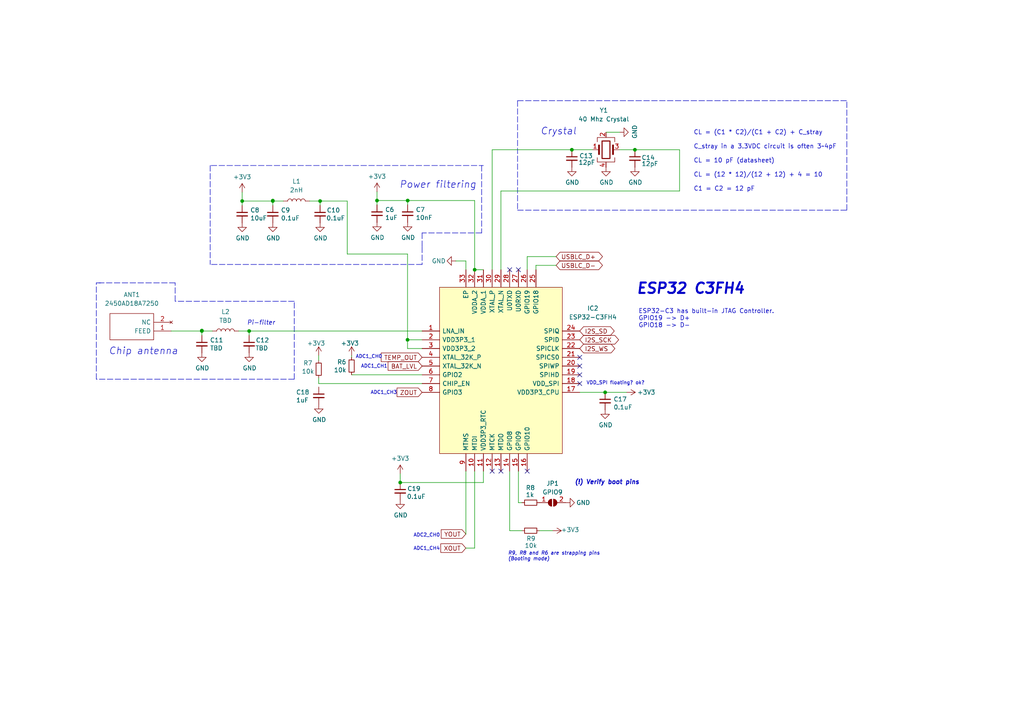
<source format=kicad_sch>
(kicad_sch (version 20211123) (generator eeschema)
  (paper "A4")
  (lib_symbols
    (symbol "2450AD18A7250:2450AD18A7250" (pin_names (offset 0.762))
      (property "Reference" "ANT" (at 19.05 7.62 0))
      (property "Value" "2450AD18A7250" (at 19.05 5.08 0))
      (symbol "2450AD18A7250_0_0"
        (pin input line (at 0 0 0) (length 5.08) (name "FEED") (number "1"))
        (pin no_connect line (at 0 -2.54 0) (length 5.08) (name "NC") (number "2"))
      )
      (symbol "2450AD18A7250_0_1"
        (polyline (pts (xy 5.08 2.54) (xy 17.78 2.54) (xy 17.78 -5.08) (xy 5.08 -5.08) (xy 5.08 2.54)) (stroke (width 0.1524)))
      )
    )
    (symbol "Device:C_Small" (pin_numbers hide) (pin_names (offset 0.254) hide)
      (property "Reference" "C" (at 0.254 1.778 0))
      (property "Value" "C_Small" (at 0.254 -2.032 0))
      (symbol "C_Small_0_1"
        (polyline (pts (xy -1.524 -0.508) (xy 1.524 -0.508)) (stroke (width 0.3302)))
        (polyline (pts (xy -1.524 0.508) (xy 1.524 0.508)) (stroke (width 0.3048)))
      )
      (symbol "C_Small_1_1"
        (pin passive line (at 0 2.54 270) (length 2.032) (name "~") (number "1"))
        (pin passive line (at 0 -2.54 90) (length 2.032) (name "~") (number "2"))
      )
    )
    (symbol "Device:Crystal_GND24" (pin_names (offset 1.016) hide)
      (property "Reference" "Y" (at 3.175 5.08 0))
      (property "Value" "Crystal_GND24" (at 3.175 3.175 0))
      (symbol "Crystal_GND24_0_1"
        (rectangle (start -1.143 2.54) (end 1.143 -2.54) (stroke (width 0.3048)))
        (polyline (pts (xy -2.54 0) (xy -2.032 0)))
        (polyline (pts (xy -2.032 -1.27) (xy -2.032 1.27)) (stroke (width 0.508)))
        (polyline (pts (xy 0 -3.81) (xy 0 -3.556)))
        (polyline (pts (xy 0 3.556) (xy 0 3.81)))
        (polyline (pts (xy 2.032 -1.27) (xy 2.032 1.27)) (stroke (width 0.508)))
        (polyline (pts (xy 2.032 0) (xy 2.54 0)))
        (polyline (pts (xy -2.54 -2.286) (xy -2.54 -3.556) (xy 2.54 -3.556) (xy 2.54 -2.286)))
        (polyline (pts (xy -2.54 2.286) (xy -2.54 3.556) (xy 2.54 3.556) (xy 2.54 2.286)))
      )
      (symbol "Crystal_GND24_1_1"
        (pin passive line (at -3.81 0 0) (length 1.27) (name "1") (number "1"))
        (pin passive line (at 0 5.08 270) (length 1.27) (name "2") (number "2"))
        (pin passive line (at 3.81 0 180) (length 1.27) (name "3") (number "3"))
        (pin passive line (at 0 -5.08 90) (length 1.27) (name "4") (number "4"))
      )
    )
    (symbol "Device:L" (pin_numbers hide) (pin_names (offset 1.016) hide)
      (property "Reference" "L" (at -1.27 0 90))
      (property "Value" "L" (at 1.905 0 90))
      (symbol "L_0_1"
        (arc (start 0 -2.54) (mid 0.635 -1.905) (end 0 -1.27))
        (arc (start 0 -1.27) (mid 0.635 -0.635) (end 0 0))
        (arc (start 0 0) (mid 0.635 0.635) (end 0 1.27))
        (arc (start 0 1.27) (mid 0.635 1.905) (end 0 2.54))
      )
      (symbol "L_1_1"
        (pin passive line (at 0 3.81 270) (length 1.27) (name "1") (number "1"))
        (pin passive line (at 0 -3.81 90) (length 1.27) (name "2") (number "2"))
      )
    )
    (symbol "Device:R_Small" (pin_numbers hide) (pin_names (offset 0.254) hide)
      (property "Reference" "R" (at 0.762 0.508 0))
      (property "Value" "R_Small" (at 0.762 -1.016 0))
      (symbol "R_Small_0_1"
        (rectangle (start -0.762 1.778) (end 0.762 -1.778) (stroke (width 0.2032)))
      )
      (symbol "R_Small_1_1"
        (pin passive line (at 0 2.54 270) (length 0.762) (name "~") (number "1"))
        (pin passive line (at 0 -2.54 90) (length 0.762) (name "~") (number "2"))
      )
    )
    (symbol "ESP32-C3FH4:ESP32-C3FH4" (pin_names (offset 0.762))
      (property "Reference" "IC2" (at 49.53 6.5788 0))
      (property "Value" "ESP32-C3FH4" (at 49.53 4.0388 0))
      (symbol "ESP32-C3FH4_0_0"
        (pin passive line (at 0 0 0) (length 5.08) (name "LNA_IN") (number "1"))
        (pin passive line (at 15.24 -40.64 90) (length 5.08) (name "MTDI") (number "10"))
        (pin passive line (at 17.78 -40.64 90) (length 5.08) (name "VDD3P3_RTC") (number "11"))
        (pin passive line (at 20.32 -40.64 90) (length 5.08) (name "MTCK") (number "12"))
        (pin passive line (at 22.86 -40.64 90) (length 5.08) (name "MTDO") (number "13"))
        (pin passive line (at 25.4 -40.64 90) (length 5.08) (name "GPIO8") (number "14"))
        (pin passive line (at 27.94 -40.64 90) (length 5.08) (name "GPIO9") (number "15"))
        (pin passive line (at 30.48 -40.64 90) (length 5.08) (name "GPIO10") (number "16"))
        (pin passive line (at 45.72 -17.78 180) (length 5.08) (name "VDD3P3_CPU") (number "17"))
        (pin passive line (at 45.72 -15.24 180) (length 5.08) (name "VDD_SPI") (number "18"))
        (pin passive line (at 45.72 -12.7 180) (length 5.08) (name "SPIHD") (number "19"))
        (pin passive line (at 0 -2.54 0) (length 5.08) (name "VDD3P3_1") (number "2"))
        (pin passive line (at 45.72 -10.16 180) (length 5.08) (name "SPIWP") (number "20"))
        (pin passive line (at 45.72 -7.62 180) (length 5.08) (name "SPICS0") (number "21"))
        (pin passive line (at 45.72 -5.08 180) (length 5.08) (name "SPICLK") (number "22"))
        (pin passive line (at 45.72 -2.54 180) (length 5.08) (name "SPID") (number "23"))
        (pin passive line (at 45.72 0 180) (length 5.08) (name "SPIQ") (number "24"))
        (pin passive line (at 33.02 17.78 270) (length 5.08) (name "GPIO18") (number "25"))
        (pin passive line (at 30.48 17.78 270) (length 5.08) (name "GPIO19") (number "26"))
        (pin passive line (at 27.94 17.78 270) (length 5.08) (name "U0RXD") (number "27"))
        (pin passive line (at 25.4 17.78 270) (length 5.08) (name "U0TXD") (number "28"))
        (pin passive line (at 22.86 17.78 270) (length 5.08) (name "XTAL_N") (number "29"))
        (pin passive line (at 0 -5.08 0) (length 5.08) (name "VDD3P3_2") (number "3"))
        (pin passive line (at 20.32 17.78 270) (length 5.08) (name "XTAL_P") (number "30"))
        (pin passive line (at 17.78 17.78 270) (length 5.08) (name "VDDA_1") (number "31"))
        (pin passive line (at 15.24 17.78 270) (length 5.08) (name "VDDA_2") (number "32"))
        (pin passive line (at 12.7 17.78 270) (length 5.08) (name "EP") (number "33"))
        (pin passive line (at 0 -7.62 0) (length 5.08) (name "XTAL_32K_P") (number "4"))
        (pin passive line (at 0 -10.16 0) (length 5.08) (name "XTAL_32K_N") (number "5"))
        (pin passive line (at 0 -12.7 0) (length 5.08) (name "GPIO2") (number "6"))
        (pin passive line (at 0 -15.24 0) (length 5.08) (name "CHIP_EN") (number "7"))
        (pin passive line (at 0 -17.78 0) (length 5.08) (name "GPIO3") (number "8"))
        (pin passive line (at 12.7 -40.64 90) (length 5.08) (name "MTMS") (number "9"))
      )
      (symbol "ESP32-C3FH4_0_1"
        (polyline (pts (xy 5.08 12.7) (xy 40.64 12.7) (xy 40.64 -35.56) (xy 5.08 -35.56) (xy 5.08 12.7)) (stroke (width 0.1524)) (fill (type background)))
      )
    )
    (symbol "Jumper:SolderJumper_2_Open" (pin_names (offset 0) hide)
      (property "Reference" "JP" (at 0 2.032 0))
      (property "Value" "SolderJumper_2_Open" (at 0 -2.54 0))
      (symbol "SolderJumper_2_Open_0_1"
        (arc (start -0.254 1.016) (mid -1.27 0) (end -0.254 -1.016))
        (arc (start -0.254 1.016) (mid -1.27 0) (end -0.254 -1.016) (fill (type outline)))
        (polyline (pts (xy -0.254 1.016) (xy -0.254 -1.016)))
        (polyline (pts (xy 0.254 1.016) (xy 0.254 -1.016)))
        (arc (start 0.254 -1.016) (mid 1.27 0) (end 0.254 1.016))
        (arc (start 0.254 -1.016) (mid 1.27 0) (end 0.254 1.016) (fill (type outline)))
      )
      (symbol "SolderJumper_2_Open_1_1"
        (pin passive line (at -3.81 0 0) (length 2.54) (name "A") (number "1"))
        (pin passive line (at 3.81 0 180) (length 2.54) (name "B") (number "2"))
      )
    )
    (symbol "power:+3V3" (power) (pin_names (offset 0))
      (property "Value" "+3V3" (at 0 3.556 0))
      (symbol "+3V3_0_1"
        (polyline (pts (xy -0.762 1.27) (xy 0 2.54)))
        (polyline (pts (xy 0 0) (xy 0 2.54)))
        (polyline (pts (xy 0 2.54) (xy 0.762 1.27)))
      )
      (symbol "+3V3_1_1"
        (pin power_in line (at 0 0 90) (length 0) hide (name "+3V3") (number "1"))
      )
    )
    (symbol "power:GND" (power) (pin_names (offset 0))
      (property "Value" "GND" (at 0 -3.81 0))
      (symbol "GND_0_1"
        (polyline (pts (xy 0 0) (xy 0 -1.27) (xy 1.27 -1.27) (xy 0 -2.54) (xy -1.27 -1.27) (xy 0 -1.27)))
      )
      (symbol "GND_1_1"
        (pin power_in line (at 0 0 270) (length 0) hide (name "GND") (number "1"))
      )
    )
  )
  (junction (at 79.1255 58.3122))
  (junction (at 58.547 95.885))
  (junction (at 58.547 96.012))
  (junction (at 116.078 139.954))
  (junction (at 175.514 113.792))
  (junction (at 137.668 78.232))
  (junction (at 109.347 58.166))
  (junction (at 118.237 58.166))
  (junction (at 72.263 96.012))
  (junction (at 92.8415 58.3122))
  (junction (at 79.1255 58.1852))
  (junction (at 118.202 98.552))
  (junction (at 184.15 43.434))
  (junction (at 70.2355 58.3122))
  (junction (at 165.862 43.434))
  (no_connect (at 168.148 106.172))
  (no_connect (at 150.368 78.232))
  (no_connect (at 142.748 136.652))
  (no_connect (at 147.828 78.232))
  (no_connect (at 145.288 136.652))
  (no_connect (at 168.148 108.712))
  (no_connect (at 168.148 103.632))
  (no_connect (at 168.148 111.252))
  (no_connect (at 152.908 136.652))
  (wire (pts (xy 70.2355 59.5822) (xy 70.2355 58.3122)))
  (wire (pts (xy 92.433 103.124) (xy 92.433 104.5496)))
  (wire (pts (xy 155.448 78.232) (xy 155.448 76.962)))
  (wire (pts (xy 70.2355 55.7722) (xy 70.2355 58.3122)))
  (polyline (pts (xy 50.8 82.042) (xy 28.702 82.042)))
  (wire (pts (xy 118.202 101.092) (xy 122.428 101.092)))
  (wire (pts (xy 151.384 145.796) (xy 150.368 145.796)))
  (wire (pts (xy 135.128 75.692) (xy 132.207 75.692)))
  (wire (pts (xy 100.7155 73.6792) (xy 100.7155 58.3122)))
  (wire (pts (xy 118.202 98.552) (xy 122.428 98.552)))
  (wire (pts (xy 118.202 73.6792) (xy 118.202 98.552)))
  (wire (pts (xy 72.263 96.012) (xy 72.263 97.282)))
  (wire (pts (xy 135.1143 158.9741) (xy 137.668 158.9741)))
  (wire (pts (xy 79.1255 58.3122) (xy 79.1255 58.1852)))
  (wire (pts (xy 155.448 76.962) (xy 161.29 76.962)))
  (wire (pts (xy 92.433 111.252) (xy 92.433 109.6296)))
  (wire (pts (xy 145.288 78.232) (xy 145.288 55.4015)))
  (wire (pts (xy 140.208 136.652) (xy 140.208 139.954)))
  (wire (pts (xy 89.7935 58.3122) (xy 92.8415 58.3122)))
  (wire (pts (xy 168.148 113.792) (xy 175.514 113.792)))
  (polyline (pts (xy 27.94 109.982) (xy 27.94 82.042)))
  (wire (pts (xy 69.215 96.012) (xy 72.263 96.012)))
  (wire (pts (xy 197.104 55.4015) (xy 197.104 43.434)))
  (wire (pts (xy 152.908 74.422) (xy 152.908 78.232)))
  (polyline (pts (xy 122.428 76.708) (xy 60.96 76.708)))
  (wire (pts (xy 184.15 43.434) (xy 197.104 43.434)))
  (polyline (pts (xy 122.428 67.564) (xy 122.428 71.882)))
  (polyline (pts (xy 245.618 60.96) (xy 245.618 29.21)))
  (wire (pts (xy 137.668 136.652) (xy 137.668 158.9741)))
  (wire (pts (xy 100.7155 58.3122) (xy 92.8415 58.3122)))
  (wire (pts (xy 101.9827 108.712) (xy 122.428 108.712)))
  (wire (pts (xy 58.547 96.012) (xy 58.547 95.885)))
  (wire (pts (xy 116.078 139.954) (xy 140.208 139.954)))
  (wire (pts (xy 161.29 74.422) (xy 152.908 74.422)))
  (wire (pts (xy 135.128 154.888) (xy 135.1143 154.888)))
  (polyline (pts (xy 150.114 29.21) (xy 245.618 29.21)))
  (polyline (pts (xy 61.214 48.006) (xy 140.208 48.006)))
  (wire (pts (xy 150.368 145.796) (xy 150.368 136.652)))
  (wire (pts (xy 160.274 153.924) (xy 156.464 153.924)))
  (wire (pts (xy 175.768 38.354) (xy 179.705 38.354)))
  (wire (pts (xy 79.1255 59.5822) (xy 79.1255 58.3122)))
  (wire (pts (xy 147.828 153.924) (xy 151.384 153.924)))
  (polyline (pts (xy 50.8 87.376) (xy 50.8 82.042)))
  (wire (pts (xy 92.8415 58.3122) (xy 92.8415 59.5822)))
  (wire (pts (xy 135.128 78.232) (xy 135.128 75.692)))
  (wire (pts (xy 175.514 113.792) (xy 181.737 113.792)))
  (wire (pts (xy 72.263 96.012) (xy 122.428 96.012)))
  (wire (pts (xy 100.7155 73.6792) (xy 118.202 73.6792)))
  (wire (pts (xy 135.128 136.652) (xy 135.128 154.888)))
  (polyline (pts (xy 85.344 87.376) (xy 50.8 87.376)))
  (wire (pts (xy 82.1735 58.3122) (xy 79.1255 58.3122)))
  (wire (pts (xy 118.202 98.552) (xy 118.202 101.092)))
  (wire (pts (xy 147.828 136.652) (xy 147.828 153.924)))
  (wire (pts (xy 165.862 43.434) (xy 171.958 43.434)))
  (wire (pts (xy 70.2355 58.3122) (xy 79.1255 58.3122)))
  (wire (pts (xy 61.595 96.012) (xy 58.547 96.012)))
  (polyline (pts (xy 139.7 48.006) (xy 139.7 67.564)))
  (polyline (pts (xy 150.114 29.21) (xy 150.114 60.96)))
  (wire (pts (xy 109.347 59.436) (xy 109.347 58.166)))
  (wire (pts (xy 109.347 58.166) (xy 118.237 58.166)))
  (wire (pts (xy 137.668 78.232) (xy 137.668 58.166)))
  (polyline (pts (xy 122.428 71.628) (xy 122.428 76.708)))
  (wire (pts (xy 49.657 96.012) (xy 58.547 96.012)))
  (wire (pts (xy 92.433 111.252) (xy 122.428 111.252)))
  (wire (pts (xy 109.347 55.626) (xy 109.347 58.166)))
  (wire (pts (xy 179.578 43.434) (xy 184.15 43.434)))
  (wire (pts (xy 118.237 58.166) (xy 137.668 58.166)))
  (polyline (pts (xy 85.344 109.982) (xy 85.344 87.376)))
  (wire (pts (xy 142.748 43.434) (xy 142.748 78.232)))
  (wire (pts (xy 137.668 78.232) (xy 140.208 78.232)))
  (wire (pts (xy 116.078 137.414) (xy 116.078 139.954)))
  (polyline (pts (xy 150.114 60.96) (xy 245.618 60.96)))
  (wire (pts (xy 145.288 55.4015) (xy 197.104 55.4015)))
  (wire (pts (xy 142.748 43.434) (xy 165.862 43.434)))
  (wire (pts (xy 101.9827 103.124) (xy 101.9827 103.632)))
  (polyline (pts (xy 27.94 82.042) (xy 29.21 82.042)))
  (polyline (pts (xy 139.7 67.564) (xy 122.428 67.564)))
  (polyline (pts (xy 60.96 48.006) (xy 60.96 76.708)))
  (polyline (pts (xy 85.344 109.982) (xy 27.94 109.982)))
  (wire (pts (xy 58.547 97.282) (xy 58.547 96.012)))
  (wire (pts (xy 118.237 58.166) (xy 118.237 59.436)))
  (text "CL = (C1 * C2)/(C1 + C2) + C_stray\n\nC_stray in a 3.3VDC circuit is often 3~4pF\n\nCL = 10 pF (datasheet)\n\nCL = (12 * 12)/(12 + 12) + 4 = 10\n\nC1 = C2 = 12 pF" (at 201.168 55.626 0) (effects (font (size 1.27 1.27)) (justify left bottom)))
  (text "ESP32-C3 has built-in JTAG Controller.\nGPIO19 -> D+\nGPIO18 -> D-\n\n	" (at 185.166 99.314 0) (effects (font (size 1.27 1.27)) (justify left bottom)))
  (text "ADC2_CH0" (at 119.888 155.9339 0) (effects (font (size 1 1)) (justify left bottom)))
  (text "Crystal\n" (at 156.718 39.37 0) (effects (font (size 2 2) italic) (justify left bottom)))
  (text "(!) Verify boot pins\n" (at 166.624 140.716 0) (effects (font (size 1.27 1.27) (thickness 0.254) bold italic) (justify left bottom)))
  (text "ADC1_CH4" (at 119.888 159.7881 0) (effects (font (size 1 1)) (justify left bottom)))
  (text "ADC1_CH1" (at 104.648 106.934 0) (effects (font (size 1 1)) (justify left bottom)))
  (text "ESP32 C3FH4\n" (at 184.404 85.598 0) (effects (font (size 3 3) bold italic) (justify left bottom)))
  (text "Pi-filter" (at 71.628 94.488 0) (effects (font (size 1.27 1.27) italic) (justify left bottom)))
  (text "Power filtering" (at 115.824 54.864 0) (effects (font (size 2 2) italic) (justify left bottom)))
  (text "Chip antenna" (at 31.496 103.124 0) (effects (font (size 2 2) italic) (justify left bottom)))
  (text "VDD_SPI floating? ok?" (at 170.053 111.76 0) (effects (font (size 1 1)) (justify left bottom)))
  (text "ADC1_CH0" (at 103.124 104.14 0) (effects (font (size 1 1)) (justify left bottom)))
  (text "R9, R8 and R6 are strapping pins \n(Booting mode)\n" (at 147.32 162.814 0) (effects (font (size 1.016 1.016) italic) (justify left bottom)))
  (text "ADC1_CH3" (at 107.442 114.554 0) (effects (font (size 1 1)) (justify left bottom)))
  (global_label "USBLC_D-" (shape bidirectional) (at 161.29 76.962 0) (property "Intersheet References" "${INTERSHEET_REFS}" (effects hide)))
  (global_label "YOUT" (shape input) (at 135.1143 154.888 180) (property "Intersheet References" "${INTERSHEET_REFS}" (effects hide)))
  (global_label "I2S_WS" (shape bidirectional) (at 168.148 101.092 0) (property "Intersheet References" "${INTERSHEET_REFS}" (effects hide)))
  (global_label "I2S_SCK" (shape bidirectional) (at 168.148 98.552 0) (property "Intersheet References" "${INTERSHEET_REFS}" (effects hide)))
  (global_label "XOUT" (shape input) (at 135.1143 158.9741 180) (property "Intersheet References" "${INTERSHEET_REFS}" (effects hide)))
  (global_label "I2S_SD" (shape bidirectional) (at 168.148 96.012 0) (property "Intersheet References" "${INTERSHEET_REFS}" (effects hide)))
  (global_label "USBLC_D+" (shape bidirectional) (at 161.29 74.422 0) (property "Intersheet References" "${INTERSHEET_REFS}" (effects hide)))
  (global_label "ZOUT" (shape input) (at 122.428 113.792 180) (property "Intersheet References" "${INTERSHEET_REFS}" (effects hide)))
  (global_label "TEMP_OUT" (shape input) (at 122.428 103.632 180) (property "Intersheet References" "${INTERSHEET_REFS}" (effects hide)))
  (global_label "BAT_LVL" (shape input) (at 122.428 106.172 180) (property "Intersheet References" "${INTERSHEET_REFS}" (effects hide)))
  (symbol (lib_id "power:GND") (at 116.078 145.034 0) (unit 1)
    (property "Reference" "#PWR047" (effects hide))
    (property "Value" "GND" (at 116.205 149.4282 0))
  )
  (symbol (lib_id "power:GND") (at 165.862 48.514 0) (unit 1)
    (property "Reference" "#PWR038" (effects hide))
    (property "Value" "GND" (at 165.989 52.9082 0))
  )
  (symbol (lib_id "Device:R_Small") (at 153.924 153.924 90) (mirror x) (unit 1)
    (property "Reference" "R9" (at 152.654 156.21 90) (effects (justify right)))
    (property "Value" "10k" (at 152.146 158.242 90) (effects (justify right)))
    (property "Footprint" "Resistor_SMD:R_0402_1005Metric" (effects hide))
  )
  (symbol (lib_id "power:+3V3") (at 181.737 113.792 270) (unit 1)
    (property "Reference" "#PWR041" (effects hide))
    (property "Value" "+3V3" (at 187.452 113.792 90))
  )
  (symbol (lib_id "power:GND") (at 132.207 75.692 270) (unit 1)
    (property "Reference" "#PWR026" (effects hide))
    (property "Value" "GND" (at 127.254 75.692 90))
  )
  (symbol (lib_id "Device:C_Small") (at 72.263 99.822 0) (unit 1)
    (property "Reference" "C12" (at 74.168 98.679 0) (effects (justify left)))
    (property "Value" "TBD" (at 74.041 100.965 0) (effects (justify left)))
    (property "Footprint" "Capacitor_SMD:C_0402_1005Metric" (effects hide))
  )
  (symbol (lib_id "power:GND") (at 109.347 64.516 0) (unit 1)
    (property "Reference" "#PWR024" (effects hide))
    (property "Value" "GND" (at 109.474 68.9102 0))
  )
  (symbol (lib_id "Device:C_Small") (at 175.514 116.332 0) (unit 1)
    (property "Reference" "C17" (at 177.927 115.7986 0) (effects (justify left)))
    (property "Value" "0.1uF" (at 177.927 118.11 0) (effects (justify left)))
    (property "Footprint" "Capacitor_SMD:C_0402_1005Metric" (effects hide))
  )
  (symbol (lib_id "Device:C_Small") (at 79.1255 62.1222 0) (unit 1)
    (property "Reference" "C9" (at 81.4623 60.9538 0) (effects (justify left)))
    (property "Value" "0.1uF" (at 81.4623 63.2652 0) (effects (justify left)))
    (property "Footprint" "Capacitor_SMD:C_0402_1005Metric" (effects hide))
  )
  (symbol (lib_id "power:GND") (at 179.705 38.354 90) (unit 1)
    (property "Reference" "#PWR032" (effects hide))
    (property "Value" "GND" (at 184.0992 38.227 0))
  )
  (symbol (lib_id "power:GND") (at 164.084 145.796 90) (unit 1)
    (property "Reference" "#PWR048" (effects hide))
    (property "Value" "GND" (at 169.164 145.796 90))
  )
  (symbol (lib_id "power:GND") (at 70.2355 64.6622 0) (unit 1)
    (property "Reference" "#PWR028" (effects hide))
    (property "Value" "GND" (at 70.3625 69.0564 0))
  )
  (symbol (lib_id "power:+3V3") (at 92.433 103.124 0) (unit 1)
    (property "Reference" "#PWR035" (effects hide))
    (property "Value" "+3V3" (at 91.671 99.568 0))
  )
  (symbol (lib_id "Device:C_Small") (at 70.2355 62.1222 0) (unit 1)
    (property "Reference" "C8" (at 72.5723 60.9538 0) (effects (justify left)))
    (property "Value" "10uF" (at 72.5723 63.2652 0) (effects (justify left)))
    (property "Footprint" "Capacitor_SMD:C_0402_1005Metric" (effects hide))
  )
  (symbol (lib_id "Device:C_Small") (at 109.347 61.976 0) (unit 1)
    (property "Reference" "C6" (at 111.6838 60.8076 0) (effects (justify left)))
    (property "Value" "1uF" (at 111.6838 63.119 0) (effects (justify left)))
    (property "Footprint" "Capacitor_SMD:C_0402_1005Metric" (effects hide))
  )
  (symbol (lib_id "Device:R_Small") (at 101.9827 106.172 0) (mirror x) (unit 1)
    (property "Reference" "R6" (at 100.4841 105.0036 0) (effects (justify right)))
    (property "Value" "10k" (at 100.4841 107.315 0) (effects (justify right)))
    (property "Footprint" "Resistor_SMD:R_0402_1005Metric" (effects hide))
  )
  (symbol (lib_id "Jumper:SolderJumper_2_Open") (at 160.274 145.796 0) (unit 1)
    (property "Reference" "JP1" (at 160.274 140.208 0))
    (property "Value" "GPIO9" (at 160.274 142.748 0))
    (property "Footprint" "Resistor_SMD:R_0402_1005Metric" (effects hide))
  )
  (symbol (lib_id "Device:C_Small") (at 118.237 61.976 0) (unit 1)
    (property "Reference" "C7" (at 120.5738 60.8076 0) (effects (justify left)))
    (property "Value" "10nF" (at 120.5738 63.119 0) (effects (justify left)))
    (property "Footprint" "Capacitor_SMD:C_0402_1005Metric" (effects hide))
  )
  (symbol (lib_id "power:+3V3") (at 101.9827 103.124 0) (unit 1)
    (property "Reference" "#PWR036" (effects hide))
    (property "Value" "+3V3" (at 101.4747 99.568 0))
  )
  (symbol (lib_id "power:GND") (at 72.263 102.362 0) (unit 1)
    (property "Reference" "#PWR034" (effects hide))
    (property "Value" "GND" (at 72.39 106.7562 0))
  )
  (symbol (lib_id "power:+3V3") (at 70.2355 55.7722 0) (unit 1)
    (property "Reference" "#PWR027" (effects hide))
    (property "Value" "+3V3" (at 70.2355 51.3272 0))
  )
  (symbol (lib_id "2450AD18A7250:2450AD18A7250") (at 49.657 96.012 180) (unit 1)
    (property "Reference" "ANT1" (at 38.227 85.471 0))
    (property "Value" "2450AD18A7250" (at 38.227 88.011 0))
    (property "Footprint" "2450AD18A:ANTC3216X60N" (effects hide))
    (property "Datasheet" "https://www.mouser.co.id/datasheet/2/611/2450AD18A7250-1877414.pdf" (effects hide))
    (property "Description" "Antennas BT/WiFi Single Feed UWB Mini Antenna" (effects hide))
    (property "Height" "0.6" (effects hide))
    (property "Manufacturer_Name" "JOHANSON TECHNOLOGY" (effects hide))
    (property "Manufacturer_Part_Number" "2450AD18A7250" (effects hide))
    (property "Mouser Part Number" "609-2450AD18A7250" (effects hide))
    (property "Mouser Price/Stock" "https://www.mouser.co.uk/ProductDetail/Johanson-Technology/2450AD18A7250?qs=sPbYRqrBIVnhRQI2UIyKKA%3D%3D" (effects hide))
  )
  (symbol (lib_id "power:GND") (at 175.768 48.514 0) (unit 1)
    (property "Reference" "#PWR039" (effects hide))
    (property "Value" "GND" (at 175.895 52.9082 0))
  )
  (symbol (lib_id "Device:C_Small") (at 92.456 114.808 0) (unit 1) (in_bom no) (on_board no)
    (property "Reference" "C18" (at 85.852 113.7666 0) (effects (justify left)))
    (property "Value" "1uF" (at 85.852 116.078 0) (effects (justify left)))
    (property "Footprint" "Capacitor_SMD:C_0402_1005Metric" (effects hide))
  )
  (symbol (lib_id "Device:C_Small") (at 116.078 142.494 0) (unit 1)
    (property "Reference" "C19" (at 118.11 141.732 0) (effects (justify left)))
    (property "Value" "0.1uF" (at 117.983 144.018 0) (effects (justify left)))
    (property "Footprint" "Capacitor_SMD:C_0402_1005Metric" (effects hide))
  )
  (symbol (lib_id "Device:C_Small") (at 184.15 45.974 0) (unit 1)
    (property "Reference" "C14" (at 186.055 45.72 0) (effects (justify left)))
    (property "Value" "12pF" (at 186.055 47.498 0) (effects (justify left)))
    (property "Footprint" "Capacitor_SMD:C_0402_1005Metric" (effects hide))
  )
  (symbol (lib_id "power:GND") (at 118.237 64.516 0) (unit 1)
    (property "Reference" "#PWR025" (effects hide))
    (property "Value" "GND" (at 118.364 68.9102 0))
  )
  (symbol (lib_id "Device:R_Small") (at 92.433 107.0896 0) (mirror x) (unit 1)
    (property "Reference" "R7" (at 90.655 105.3116 0) (effects (justify right)))
    (property "Value" "10k" (at 91.163 107.7246 0) (effects (justify right)))
    (property "Footprint" "Resistor_SMD:R_0402_1005Metric" (effects hide))
  )
  (symbol (lib_id "Device:L") (at 65.405 96.012 90) (unit 1)
    (property "Reference" "L2" (at 65.405 90.424 90))
    (property "Value" "TBD" (at 65.405 92.964 90))
    (property "Footprint" "Inductor_SMD:L_0402_1005Metric" (effects hide))
  )
  (symbol (lib_id "power:+3V3") (at 160.274 153.924 270) (unit 1)
    (property "Reference" "#PWR049" (effects hide))
    (property "Value" "+3V3" (at 165.354 153.67 90))
  )
  (symbol (lib_id "Device:C_Small") (at 58.547 99.822 0) (unit 1)
    (property "Reference" "C11" (at 60.8838 98.6536 0) (effects (justify left)))
    (property "Value" "TBD" (at 60.8838 100.965 0) (effects (justify left)))
    (property "Footprint" "Capacitor_SMD:C_0402_1005Metric" (effects hide))
  )
  (symbol (lib_id "Device:R_Small") (at 153.924 145.796 90) (unit 1)
    (property "Reference" "R8" (at 155.194 141.478 90) (effects (justify left)))
    (property "Value" "1k" (at 154.94 143.51 90) (effects (justify left)))
    (property "Footprint" "Resistor_SMD:R_0402_1005Metric" (effects hide))
  )
  (symbol (lib_id "power:GND") (at 58.547 102.362 0) (unit 1)
    (property "Reference" "#PWR033" (effects hide))
    (property "Value" "GND" (at 58.674 106.7562 0))
  )
  (symbol (lib_id "Device:C_Small") (at 165.862 45.974 0) (unit 1)
    (property "Reference" "C13" (at 168.021 45.212 0) (effects (justify left)))
    (property "Value" "12pF" (at 167.767 47.117 0) (effects (justify left)))
    (property "Footprint" "Capacitor_SMD:C_0402_1005Metric" (effects hide))
  )
  (symbol (lib_id "power:GND") (at 79.1255 64.6622 0) (unit 1)
    (property "Reference" "#PWR029" (effects hide))
    (property "Value" "GND" (at 79.2525 69.0564 0))
  )
  (symbol (lib_id "ESP32-C3FH4:ESP32-C3FH4") (at 122.428 96.012 0) (unit 1)
    (property "Reference" "IC2" (at 171.958 89.4332 0))
    (property "Value" "ESP32-C3FH4" (at 171.958 91.9732 0))
    (property "Footprint" "ESP32-C3FH4:QFN50P500X500X90-33N-D" (effects hide))
    (property "Datasheet" "https://www.espressif.com/sites/default/files/documentation/esp32-c3_datasheet_en.pdf" (effects hide))
    (property "Description" "RF System on a Chip - SoC SMD IC ESP32-C3FH4, single-core MCU, 2.4G Wi-Fi & BLE 5.0 combo, QFN 32-pin, 5*5 mm, 4 MB flash inside, -40C +105C" (effects hide))
    (property "Height" "0.9" (effects hide))
    (property "Manufacturer_Name" "Espressif Systems" (effects hide))
    (property "Manufacturer_Part_Number" "ESP32-C3FH4" (effects hide))
    (property "Mouser Part Number" "356-ESP32-C3FH4" (effects hide))
    (property "Mouser Price/Stock" "https://www.mouser.co.uk/ProductDetail/Espressif-Systems/ESP32-C3FH4?qs=iLbezkQI%252BsgL5PSvEueYlQ%3D%3D" (effects hide))
  )
  (symbol (lib_id "power:GND") (at 92.456 117.348 0) (unit 1)
    (property "Reference" "#PWR045" (effects hide))
    (property "Value" "GND" (at 92.583 121.7422 0))
  )
  (symbol (lib_id "Device:C_Small") (at 92.8415 62.1222 0) (unit 1)
    (property "Reference" "C10" (at 94.7465 60.9792 0) (effects (justify left)))
    (property "Value" "0.1uF" (at 94.6195 63.2652 0) (effects (justify left)))
    (property "Footprint" "Capacitor_SMD:C_0402_1005Metric" (effects hide))
  )
  (symbol (lib_id "power:GND") (at 92.8415 64.6622 0) (unit 1)
    (property "Reference" "#PWR030" (effects hide))
    (property "Value" "GND" (at 92.9685 69.0564 0))
  )
  (symbol (lib_id "power:GND") (at 184.15 48.514 0) (unit 1)
    (property "Reference" "#PWR040" (effects hide))
    (property "Value" "GND" (at 184.277 52.9082 0))
  )
  (symbol (lib_id "Device:L") (at 85.9835 58.3122 90) (unit 1)
    (property "Reference" "L1" (at 85.9835 52.5972 90))
    (property "Value" "2nH" (at 85.9835 55.1372 90))
    (property "Footprint" "Inductor_SMD:L_0603_1608Metric" (effects hide))
  )
  (symbol (lib_id "power:+3V3") (at 116.078 137.414 0) (unit 1)
    (property "Reference" "#PWR046" (effects hide))
    (property "Value" "+3V3" (at 116.078 132.969 0))
  )
  (symbol (lib_id "Device:Crystal_GND24") (at 175.768 43.434 0) (unit 1)
    (property "Reference" "Y1" (at 175.133 32.004 0))
    (property "Value" "40 Mhz Crystal" (at 175.133 34.544 0))
    (property "Footprint" "ECS-400-10-37B:ECS4001037B2CKMTR" (effects hide))
  )
  (symbol (lib_id "power:GND") (at 175.514 118.872 0) (unit 1)
    (property "Reference" "#PWR044" (effects hide))
    (property "Value" "GND" (at 175.641 123.2662 0))
  )
  (symbol (lib_id "power:+3V3") (at 109.347 55.626 0) (unit 1)
    (property "Reference" "#PWR019" (effects hide))
    (property "Value" "+3V3" (at 109.347 51.181 0))
  )
)
</source>
